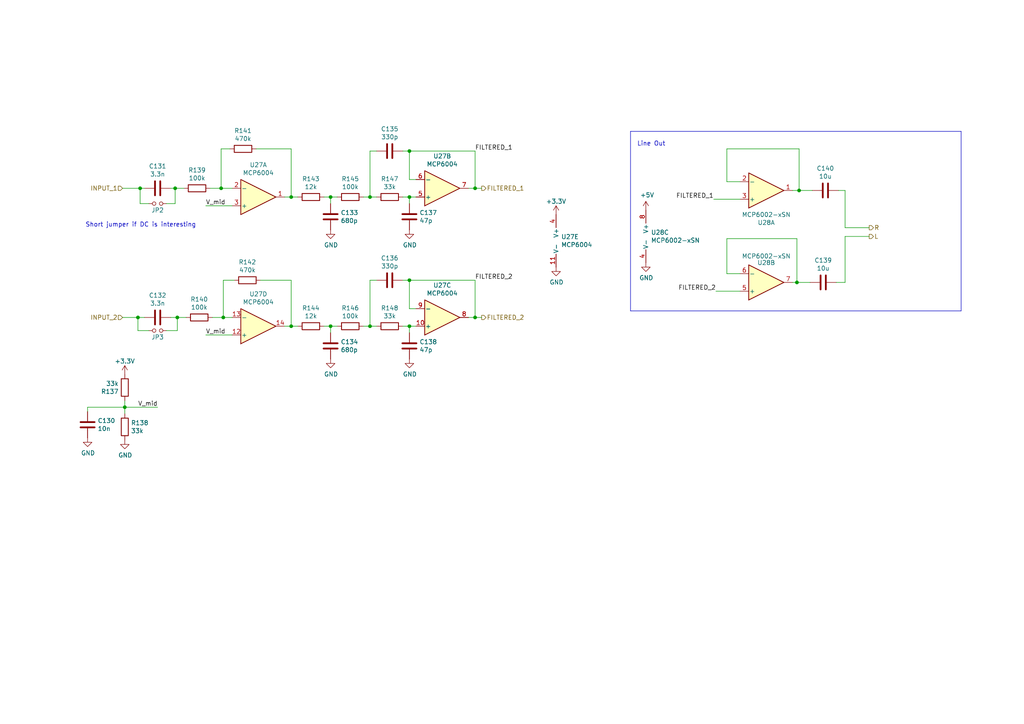
<source format=kicad_sch>
(kicad_sch (version 20231120) (generator "eeschema") (generator_version "8.0")
  (paper "A4")
  (lib_symbols
    (symbol "Amplifier_Operational:MCP6002-xSN" (pin_names (offset 0.127))
      (property "Reference" "U" (at 0 5.08 0))
      (property "Value" "MCP6002-xSN" (at 0 -5.08 0))
      (symbol "MCP6002-xSN_1_1"
        (polyline (pts (xy -5.08 5.08) (xy 5.08 0) (xy -5.08 -5.08) (xy -5.08 5.08)) (stroke (width 0.254)) (fill (type background)))
        (pin output line (at 7.62 0 180) (length 2.54) (name "~") (number "1"))
        (pin input line (at -7.62 -2.54 0) (length 2.54) (name "-") (number "2"))
        (pin input line (at -7.62 2.54 0) (length 2.54) (name "+") (number "3"))
      )
      (symbol "MCP6002-xSN_2_1"
        (polyline (pts (xy -5.08 5.08) (xy 5.08 0) (xy -5.08 -5.08) (xy -5.08 5.08)) (stroke (width 0.254)) (fill (type background)))
        (pin input line (at -7.62 2.54 0) (length 2.54) (name "+") (number "5"))
        (pin input line (at -7.62 -2.54 0) (length 2.54) (name "-") (number "6"))
        (pin output line (at 7.62 0 180) (length 2.54) (name "~") (number "7"))
      )
      (symbol "MCP6002-xSN_3_1"
        (pin power_in line (at -2.54 -7.62 90) (length 3.81) (name "V-") (number "4"))
        (pin power_in line (at -2.54 7.62 270) (length 3.81) (name "V+") (number "8"))
      )
    )
    (symbol "Amplifier_Operational:MCP6004" (pin_names (offset 0.127))
      (property "Reference" "U" (at 0 5.08 0))
      (property "Value" "MCP6004" (at 0 -5.08 0))
      (symbol "MCP6004_1_1"
        (polyline (pts (xy -5.08 5.08) (xy 5.08 0) (xy -5.08 -5.08) (xy -5.08 5.08)) (stroke (width 0.254)) (fill (type background)))
        (pin output line (at 7.62 0 180) (length 2.54) (name "~") (number "1"))
        (pin input line (at -7.62 -2.54 0) (length 2.54) (name "-") (number "2"))
        (pin input line (at -7.62 2.54 0) (length 2.54) (name "+") (number "3"))
      )
      (symbol "MCP6004_2_1"
        (polyline (pts (xy -5.08 5.08) (xy 5.08 0) (xy -5.08 -5.08) (xy -5.08 5.08)) (stroke (width 0.254)) (fill (type background)))
        (pin input line (at -7.62 2.54 0) (length 2.54) (name "+") (number "5"))
        (pin input line (at -7.62 -2.54 0) (length 2.54) (name "-") (number "6"))
        (pin output line (at 7.62 0 180) (length 2.54) (name "~") (number "7"))
      )
      (symbol "MCP6004_3_1"
        (polyline (pts (xy -5.08 5.08) (xy 5.08 0) (xy -5.08 -5.08) (xy -5.08 5.08)) (stroke (width 0.254)) (fill (type background)))
        (pin input line (at -7.62 2.54 0) (length 2.54) (name "+") (number "10"))
        (pin output line (at 7.62 0 180) (length 2.54) (name "~") (number "8"))
        (pin input line (at -7.62 -2.54 0) (length 2.54) (name "-") (number "9"))
      )
      (symbol "MCP6004_4_1"
        (polyline (pts (xy -5.08 5.08) (xy 5.08 0) (xy -5.08 -5.08) (xy -5.08 5.08)) (stroke (width 0.254)) (fill (type background)))
        (pin input line (at -7.62 2.54 0) (length 2.54) (name "+") (number "12"))
        (pin input line (at -7.62 -2.54 0) (length 2.54) (name "-") (number "13"))
        (pin output line (at 7.62 0 180) (length 2.54) (name "~") (number "14"))
      )
      (symbol "MCP6004_5_1"
        (pin power_in line (at -2.54 -7.62 90) (length 3.81) (name "V-") (number "11"))
        (pin power_in line (at -2.54 7.62 270) (length 3.81) (name "V+") (number "4"))
      )
    )
    (symbol "Device:C" (pin_numbers hide) (pin_names (offset 0.254))
      (property "Reference" "C" (at 0.635 2.54 0))
      (property "Value" "C" (at 0.635 -2.54 0))
      (symbol "C_0_1"
        (polyline (pts (xy -2.032 -0.762) (xy 2.032 -0.762)) (stroke (width 0.508)))
        (polyline (pts (xy -2.032 0.762) (xy 2.032 0.762)) (stroke (width 0.508)))
      )
      (symbol "C_1_1"
        (pin passive line (at 0 3.81 270) (length 2.794) (name "~") (number "1"))
        (pin passive line (at 0 -3.81 90) (length 2.794) (name "~") (number "2"))
      )
    )
    (symbol "Device:R" (pin_numbers hide) (pin_names (offset 0))
      (property "Reference" "R" (at 2.032 0 90))
      (property "Value" "R" (at 0 0 90))
      (symbol "R_0_1"
        (rectangle (start -1.016 -2.54) (end 1.016 2.54) (stroke (width 0.254)))
      )
      (symbol "R_1_1"
        (pin passive line (at 0 3.81 270) (length 1.27) (name "~") (number "1"))
        (pin passive line (at 0 -3.81 90) (length 1.27) (name "~") (number "2"))
      )
    )
    (symbol "power:+3.3V" (power) (pin_names (offset 0))
      (property "Value" "+3.3V" (at 0 3.556 0))
      (symbol "+3.3V_0_1"
        (polyline (pts (xy -0.762 1.27) (xy 0 2.54)))
        (polyline (pts (xy 0 0) (xy 0 2.54)))
        (polyline (pts (xy 0 2.54) (xy 0.762 1.27)))
      )
      (symbol "+3.3V_1_1"
        (pin power_in line (at 0 0 90) (length 0) hide (name "+3.3V") (number "1"))
      )
    )
    (symbol "power:+5V" (power) (pin_names (offset 0))
      (property "Value" "+5V" (at 0 3.556 0))
      (symbol "+5V_0_1"
        (polyline (pts (xy -0.762 1.27) (xy 0 2.54)))
        (polyline (pts (xy 0 0) (xy 0 2.54)))
        (polyline (pts (xy 0 2.54) (xy 0.762 1.27)))
      )
      (symbol "+5V_1_1"
        (pin power_in line (at 0 0 90) (length 0) hide (name "+5V") (number "1"))
      )
    )
    (symbol "power:GND" (power) (pin_names (offset 0))
      (property "Value" "GND" (at 0 -3.81 0))
      (symbol "GND_0_1"
        (polyline (pts (xy 0 0) (xy 0 -1.27) (xy 1.27 -1.27) (xy 0 -2.54) (xy -1.27 -1.27) (xy 0 -1.27)))
      )
      (symbol "GND_1_1"
        (pin power_in line (at 0 0 270) (length 0) hide (name "GND") (number "1"))
      )
    )
    (symbol "proteus-rescue:Jumper_NO_Small-Device" (pin_numbers hide) (pin_names (offset 0.762) hide)
      (property "Reference" "JP" (at 0 2.032 0))
      (property "Value" "Device_Jumper_NO_Small" (at 0.254 -1.524 0))
      (symbol "Jumper_NO_Small-Device_0_1"
        (circle (center -1.016 0) (radius 0.508))
        (circle (center 1.016 0) (radius 0.508))
        (pin passive line (at -2.54 0 0) (length 1.016) (name "1") (number "1"))
        (pin passive line (at 2.54 0 180) (length 1.016) (name "2") (number "2"))
      )
    )
  )
  (junction (at 118.745 94.615))
  (junction (at 40.64 54.61))
  (junction (at 84.455 94.615))
  (junction (at 118.745 81.28))
  (junction (at 64.77 92.075))
  (junction (at 51.435 92.075))
  (junction (at 50.8 54.61))
  (junction (at 231.775 55.245))
  (junction (at 84.455 57.15))
  (junction (at 107.315 94.615))
  (junction (at 95.885 94.615))
  (junction (at 137.795 92.075))
  (junction (at 64.135 54.61))
  (junction (at 231.14 81.915))
  (junction (at 36.195 118.11))
  (junction (at 40.005 92.075))
  (junction (at 118.745 43.815))
  (junction (at 107.315 57.15))
  (junction (at 137.795 54.61))
  (junction (at 95.885 57.15))
  (junction (at 118.745 57.15))
  (wire (pts (xy 120.65 57.15) (xy 118.745 57.15)))
  (wire (pts (xy 118.745 94.615) (xy 116.84 94.615)))
  (wire (pts (xy 118.745 81.28) (xy 137.795 81.28)))
  (wire (pts (xy 252.095 68.58) (xy 245.11 68.58)))
  (wire (pts (xy 107.315 43.815) (xy 107.315 57.15)))
  (wire (pts (xy 50.8 59.055) (xy 50.8 54.61)))
  (wire (pts (xy 118.745 96.52) (xy 118.745 94.615)))
  (wire (pts (xy 245.11 68.58) (xy 245.11 81.915)))
  (wire (pts (xy 120.65 89.535) (xy 118.745 89.535)))
  (wire (pts (xy 50.8 54.61) (xy 53.34 54.61)))
  (wire (pts (xy 45.72 118.11) (xy 36.195 118.11)))
  (polyline (pts (xy 278.765 38.1) (xy 278.765 90.17)))
  (wire (pts (xy 109.22 43.815) (xy 107.315 43.815)))
  (wire (pts (xy 43.18 59.055) (xy 40.64 59.055)))
  (wire (pts (xy 84.455 81.28) (xy 84.455 94.615)))
  (wire (pts (xy 229.87 81.915) (xy 231.14 81.915)))
  (wire (pts (xy 210.82 79.375) (xy 210.82 69.215)))
  (polyline (pts (xy 182.88 90.17) (xy 182.88 38.1)))
  (wire (pts (xy 40.005 95.885) (xy 40.005 92.075)))
  (wire (pts (xy 74.295 43.18) (xy 84.455 43.18)))
  (wire (pts (xy 35.56 54.61) (xy 40.64 54.61)))
  (wire (pts (xy 118.745 59.055) (xy 118.745 57.15)))
  (wire (pts (xy 139.7 92.075) (xy 137.795 92.075)))
  (wire (pts (xy 82.55 57.15) (xy 84.455 57.15)))
  (wire (pts (xy 207.01 57.785) (xy 214.63 57.785)))
  (wire (pts (xy 118.745 52.07) (xy 118.745 43.815)))
  (wire (pts (xy 25.4 118.11) (xy 36.195 118.11)))
  (wire (pts (xy 95.885 57.15) (xy 93.98 57.15)))
  (wire (pts (xy 48.26 59.055) (xy 50.8 59.055)))
  (wire (pts (xy 107.315 57.15) (xy 105.41 57.15)))
  (wire (pts (xy 59.69 97.155) (xy 67.31 97.155)))
  (wire (pts (xy 64.135 54.61) (xy 67.31 54.61)))
  (wire (pts (xy 49.53 92.075) (xy 51.435 92.075)))
  (wire (pts (xy 86.36 94.615) (xy 84.455 94.615)))
  (wire (pts (xy 84.455 43.18) (xy 84.455 57.15)))
  (wire (pts (xy 231.775 55.245) (xy 235.585 55.245)))
  (wire (pts (xy 245.11 66.04) (xy 252.095 66.04)))
  (polyline (pts (xy 182.88 38.1) (xy 278.765 38.1)))
  (wire (pts (xy 120.65 94.615) (xy 118.745 94.615)))
  (wire (pts (xy 95.885 94.615) (xy 93.98 94.615)))
  (wire (pts (xy 75.565 81.28) (xy 84.455 81.28)))
  (wire (pts (xy 64.77 92.075) (xy 67.31 92.075)))
  (wire (pts (xy 109.22 57.15) (xy 107.315 57.15)))
  (wire (pts (xy 210.82 43.18) (xy 231.775 43.18)))
  (wire (pts (xy 51.435 92.075) (xy 53.975 92.075)))
  (wire (pts (xy 137.795 81.28) (xy 137.795 92.075)))
  (wire (pts (xy 59.69 59.69) (xy 67.31 59.69)))
  (wire (pts (xy 64.135 43.18) (xy 66.675 43.18)))
  (wire (pts (xy 40.64 54.61) (xy 41.91 54.61)))
  (wire (pts (xy 207.645 84.455) (xy 214.63 84.455)))
  (wire (pts (xy 40.64 59.055) (xy 40.64 54.61)))
  (wire (pts (xy 109.22 94.615) (xy 107.315 94.615)))
  (wire (pts (xy 25.4 119.38) (xy 25.4 118.11)))
  (wire (pts (xy 107.315 81.28) (xy 107.315 94.615)))
  (wire (pts (xy 95.885 94.615) (xy 97.79 94.615)))
  (wire (pts (xy 51.435 95.885) (xy 51.435 92.075)))
  (wire (pts (xy 95.885 96.52) (xy 95.885 94.615)))
  (wire (pts (xy 95.885 59.055) (xy 95.885 57.15)))
  (wire (pts (xy 49.53 54.61) (xy 50.8 54.61)))
  (wire (pts (xy 210.82 52.705) (xy 210.82 43.18)))
  (wire (pts (xy 137.795 43.815) (xy 137.795 54.61)))
  (wire (pts (xy 116.84 81.28) (xy 118.745 81.28)))
  (wire (pts (xy 40.005 92.075) (xy 41.91 92.075)))
  (wire (pts (xy 229.87 55.245) (xy 231.775 55.245)))
  (wire (pts (xy 60.96 54.61) (xy 64.135 54.61)))
  (wire (pts (xy 116.84 43.815) (xy 118.745 43.815)))
  (wire (pts (xy 214.63 52.705) (xy 210.82 52.705)))
  (wire (pts (xy 118.745 57.15) (xy 116.84 57.15)))
  (wire (pts (xy 118.745 43.815) (xy 137.795 43.815)))
  (wire (pts (xy 109.22 81.28) (xy 107.315 81.28)))
  (wire (pts (xy 84.455 57.15) (xy 86.36 57.15)))
  (polyline (pts (xy 278.765 90.17) (xy 182.88 90.17)))
  (wire (pts (xy 43.18 95.885) (xy 40.005 95.885)))
  (wire (pts (xy 107.315 94.615) (xy 105.41 94.615)))
  (wire (pts (xy 64.77 81.28) (xy 67.945 81.28)))
  (wire (pts (xy 231.14 69.215) (xy 231.14 81.915)))
  (wire (pts (xy 139.7 54.61) (xy 137.795 54.61)))
  (wire (pts (xy 137.795 54.61) (xy 135.89 54.61)))
  (wire (pts (xy 61.595 92.075) (xy 64.77 92.075)))
  (wire (pts (xy 120.65 52.07) (xy 118.745 52.07)))
  (wire (pts (xy 64.135 54.61) (xy 64.135 43.18)))
  (wire (pts (xy 214.63 79.375) (xy 210.82 79.375)))
  (wire (pts (xy 245.11 81.915) (xy 242.57 81.915)))
  (wire (pts (xy 231.775 43.18) (xy 231.775 55.245)))
  (wire (pts (xy 36.195 116.205) (xy 36.195 118.11)))
  (wire (pts (xy 137.795 92.075) (xy 135.89 92.075)))
  (wire (pts (xy 243.205 55.245) (xy 245.11 55.245)))
  (wire (pts (xy 35.56 92.075) (xy 40.005 92.075)))
  (wire (pts (xy 36.195 118.11) (xy 36.195 120.015)))
  (wire (pts (xy 95.885 57.15) (xy 97.79 57.15)))
  (wire (pts (xy 48.26 95.885) (xy 51.435 95.885)))
  (wire (pts (xy 84.455 94.615) (xy 82.55 94.615)))
  (wire (pts (xy 64.77 92.075) (xy 64.77 81.28)))
  (wire (pts (xy 118.745 89.535) (xy 118.745 81.28)))
  (wire (pts (xy 245.11 55.245) (xy 245.11 66.04)))
  (wire (pts (xy 210.82 69.215) (xy 231.14 69.215)))
  (wire (pts (xy 231.14 81.915) (xy 234.95 81.915)))
  (text "Line Out" (at 184.785 42.545 0) (effects (font (size 1.27 1.27)) (justify left bottom)))
  (text "Short jumper if DC is interesting" (at 24.765 66.04 0) (effects (font (size 1.27 1.27)) (justify left bottom)))
  (label "V_mid" (at 59.69 97.155 0))
  (label "FILTERED_1" (at 137.795 43.815 0))
  (label "FILTERED_2" (at 137.795 81.28 0))
  (label "FILTERED_1" (at 207.01 57.785 180))
  (label "V_mid" (at 59.69 59.69 0))
  (label "V_mid" (at 45.72 118.11 180))
  (label "FILTERED_2" (at 207.645 84.455 180))
  (hierarchical_label "R" (shape output) (at 252.095 66.04 0))
  (hierarchical_label "L" (shape output) (at 252.095 68.58 0))
  (hierarchical_label "INPUT_2" (shape input) (at 35.56 92.075 180))
  (hierarchical_label "FILTERED_1" (shape output) (at 139.7 54.61 0))
  (hierarchical_label "FILTERED_2" (shape output) (at 139.7 92.075 0))
  (hierarchical_label "INPUT_1" (shape input) (at 35.56 54.61 180))
  (symbol (lib_id "power:GND") (at 161.29 77.47 0) (unit 1)
    (property "Reference" "#PWR0273" (effects (hide yes)))
    (property "Value" "GND" (at 161.417 81.8642 0))
    (instances (project "ECUGDI" (path "" (reference "#PWR0273") (unit 1))) (project "proteus" (path "" (reference "#PWR0274") (unit 1))))
  )
  (symbol (lib_id "Device:C") (at 25.4 123.19 180) (unit 1)
    (property "Reference" "C130" (at 28.321 122.0216 0) (effects (justify right)))
    (property "Value" "10n" (at 28.321 124.333 0) (effects (justify right)))
    (property "Footprint" "Capacitor_SMD:C_0603_1608Metric" (effects (hide yes)))
    (property "LCSC" "C57112" (effects (hide yes)))
    (property "PN" "0603B103K500NT" (effects (hide yes)))
    (instances (project "ECUGDI" (path "" (reference "C130") (unit 1))) (project "proteus" (path "" (reference "C1903") (unit 1))))
  )
  (symbol (lib_id "proteus-rescue:Jumper_NO_Small-Device") (at 45.72 95.885 0) (unit 1)
    (property "Reference" "JP3" (at 45.72 97.79 0))
    (property "Value" "Jumper_NO_Small" (effects (hide yes)))
    (property "Footprint" "Jumper:SolderJumper-2_P1.3mm_Open_TrianglePad1.0x1.5mm" (effects (hide yes)))
    (property "LCSC" "N/A" (effects (hide yes)))
    (instances (project "ECUGDI" (path "" (reference "JP3") (unit 1))) (project "proteus" (path "" (reference "JP2") (unit 1))))
  )
  (symbol (lib_id "Device:R") (at 36.195 123.825 0) (unit 1)
    (property "Reference" "R138" (at 37.973 122.6566 0) (effects (justify left)))
    (property "Value" "33k" (at 37.973 124.968 0) (effects (justify left)))
    (property "Footprint" "Resistor_SMD:R_0402_1005Metric" (effects (hide yes)))
    (property "LCSC" "C25779" (effects (hide yes)))
    (property "PN" "RC0402FR-0733KL" (effects (hide yes)))
    (instances (project "ECUGDI" (path "" (reference "R138") (unit 1))) (project "proteus" (path "" (reference "R38") (unit 1))))
  )
  (symbol (lib_id "Device:C") (at 113.03 81.28 90) (unit 1)
    (property "Reference" "C136" (at 113.03 74.8792 90))
    (property "Value" "330p" (at 113.03 77.1906 90))
    (property "Footprint" "Capacitor_SMD:C_0402_1005Metric" (effects (hide yes)))
    (property "LCSC" "C13533" (effects (hide yes)))
    (property "PN" "CL05C331JB5NNNC" (effects (hide yes)))
    (instances (project "ECUGDI" (path "" (reference "C136") (unit 1))) (project "proteus" (path "" (reference "C24") (unit 1))))
  )
  (symbol (lib_id "Device:R") (at 90.17 57.15 270) (unit 1)
    (property "Reference" "R143" (at 90.17 51.8922 90))
    (property "Value" "12k" (at 90.17 54.2036 90))
    (property "Footprint" "Resistor_SMD:R_0402_1005Metric" (effects (hide yes)))
    (property "LCSC" "C25752" (effects (hide yes)))
    (property "PN" "RC0402FR-0712KL" (effects (hide yes)))
    (instances (project "ECUGDI" (path "" (reference "R143") (unit 1))) (project "proteus" (path "" (reference "R42") (unit 1))))
  )
  (symbol (lib_id "power:+5V") (at 187.325 60.96 0) (unit 1)
    (property "Reference" "#PWR0274" (effects (hide yes)))
    (property "Value" "+5V" (at 187.706 56.5658 0))
    (instances (project "ECUGDI" (path "" (reference "#PWR0274") (unit 1))) (project "proteus" (path "" (reference "#PWR0323") (unit 1))))
  )
  (symbol (lib_id "Device:C") (at 238.76 81.915 270) (unit 1)
    (property "Reference" "C139" (at 238.76 75.5142 90))
    (property "Value" "10u" (at 238.76 77.8256 90))
    (property "Footprint" "Capacitor_SMD:C_1206_3216Metric" (effects (hide yes)))
    (property "LCSC" "C13585" (effects (hide yes)))
    (property "PN" "CL31A106KBHNNNE" (effects (hide yes)))
    (instances (project "ECUGDI" (path "" (reference "C139") (unit 1))) (project "proteus" (path "" (reference "C18") (unit 1))))
  )
  (symbol (lib_id "power:GND") (at 36.195 127.635 0) (unit 1)
    (property "Reference" "#PWR0267" (effects (hide yes)))
    (property "Value" "GND" (at 36.322 132.0292 0))
    (instances (project "ECUGDI" (path "" (reference "#PWR0267") (unit 1))) (project "proteus" (path "" (reference "#PWR0276") (unit 1))))
  )
  (symbol (lib_id "proteus-rescue:Jumper_NO_Small-Device") (at 45.72 59.055 0) (unit 1)
    (property "Reference" "JP2" (at 45.72 60.96 0))
    (property "Value" "Jumper_NO_Small" (effects (hide yes)))
    (property "Footprint" "Jumper:SolderJumper-2_P1.3mm_Open_TrianglePad1.0x1.5mm" (effects (hide yes)))
    (property "LCSC" "N/A" (effects (hide yes)))
    (instances (project "ECUGDI" (path "" (reference "JP2") (unit 1))) (project "proteus" (path "" (reference "JP1") (unit 1))))
  )
  (symbol (lib_id "Amplifier_Operational:MCP6002-xSN") (at 222.25 55.245 0) (mirror x) (unit 1)
    (property "Reference" "U28" (at 222.25 64.5668 0))
    (property "Value" "MCP6002-xSN" (at 222.25 62.2554 0))
    (property "Footprint" "Package_SO:SOIC-8_3.9x4.9mm_P1.27mm" (effects (hide yes)))
    (property "Datasheet" "http://ww1.microchip.com/downloads/en/DeviceDoc/21733j.pdf" (effects (hide yes)))
    (property "LCSC" "C7377" (effects (hide yes)))
    (property "PN" "MCP6002T-I/SN" (effects (hide yes)))
    (instances (project "ECUGDI" (path "" (reference "U28") (unit 1))) (project "proteus" (path "" (reference "U7") (unit 1))))
  )
  (symbol (lib_id "Device:C") (at 118.745 62.865 180) (unit 1)
    (property "Reference" "C137" (at 121.666 61.6966 0) (effects (justify right)))
    (property "Value" "47p" (at 121.666 64.008 0) (effects (justify right)))
    (property "Footprint" "Capacitor_SMD:C_0402_1005Metric" (effects (hide yes)))
    (property "LCSC" "C1567" (effects (hide yes)))
    (property "PN" "0402CG470J500NT" (effects (hide yes)))
    (instances (project "ECUGDI" (path "" (reference "C137") (unit 1))) (project "proteus" (path "" (reference "C25") (unit 1))))
  )
  (symbol (lib_id "Amplifier_Operational:MCP6002-xSN") (at 222.25 81.915 0) (mirror x) (unit 2)
    (property "Reference" "U28" (at 222.25 76.2 0))
    (property "Value" "MCP6002-xSN" (at 222.25 74.295 0))
    (property "Footprint" "Package_SO:SOIC-8_3.9x4.9mm_P1.27mm" (effects (hide yes)))
    (property "Datasheet" "http://ww1.microchip.com/downloads/en/DeviceDoc/21733j.pdf" (effects (hide yes)))
    (property "LCSC" "C7377" (effects (hide yes)))
    (property "PN" "MCP6002T-I/SN" (effects (hide yes)))
    (instances (project "ECUGDI" (path "" (reference "U28") (unit 2))) (project "proteus" (path "" (reference "U7") (unit 2))))
  )
  (symbol (lib_id "Device:R") (at 113.03 94.615 270) (unit 1)
    (property "Reference" "R148" (at 113.03 89.3572 90))
    (property "Value" "33k" (at 113.03 91.6686 90))
    (property "Footprint" "Resistor_SMD:R_0402_1005Metric" (effects (hide yes)))
    (property "LCSC" "C25779" (effects (hide yes)))
    (property "PN" "RC0402FR-0733KL" (effects (hide yes)))
    (instances (project "ECUGDI" (path "" (reference "R148") (unit 1))) (project "proteus" (path "" (reference "R47") (unit 1))))
  )
  (symbol (lib_id "power:+3.3V") (at 161.29 62.23 0) (unit 1)
    (property "Reference" "#PWR091" (effects (hide yes)))
    (property "Value" "+3.3V" (at 161.29 58.42 0))
  )
  (symbol (lib_id "power:GND") (at 95.885 104.14 0) (unit 1)
    (property "Reference" "#PWR0269" (effects (hide yes)))
    (property "Value" "GND" (at 96.012 108.5342 0))
    (instances (project "ECUGDI" (path "" (reference "#PWR0269") (unit 1))) (project "proteus" (path "" (reference "#PWR0283") (unit 1))))
  )
  (symbol (lib_id "Device:C") (at 113.03 43.815 90) (unit 1)
    (property "Reference" "C135" (at 113.03 37.4142 90))
    (property "Value" "330p" (at 113.03 39.7256 90))
    (property "Footprint" "Capacitor_SMD:C_0402_1005Metric" (effects (hide yes)))
    (property "LCSC" "C13533" (effects (hide yes)))
    (property "PN" "CL05C331JB5NNNC" (effects (hide yes)))
    (instances (project "ECUGDI" (path "" (reference "C135") (unit 1))) (project "proteus" (path "" (reference "C23") (unit 1))))
  )
  (symbol (lib_id "Device:R") (at 57.15 54.61 270) (unit 1)
    (property "Reference" "R139" (at 57.15 49.3522 90))
    (property "Value" "100k" (at 57.15 51.6636 90))
    (property "Footprint" "Resistor_SMD:R_0402_1005Metric" (effects (hide yes)))
    (property "LCSC" "C25741" (effects (hide yes)))
    (property "PN" "RC0402FR-07100KL" (effects (hide yes)))
    (instances (project "ECUGDI" (path "" (reference "R139") (unit 1))) (project "proteus" (path "" (reference "R1901") (unit 1))))
  )
  (symbol (lib_id "Device:R") (at 101.6 94.615 270) (unit 1)
    (property "Reference" "R146" (at 101.6 89.3572 90))
    (property "Value" "100k" (at 101.6 91.6686 90))
    (property "Footprint" "Resistor_SMD:R_0402_1005Metric" (effects (hide yes)))
    (property "LCSC" "C25741" (effects (hide yes)))
    (property "PN" "RC0402FR-07100KL" (effects (hide yes)))
    (instances (project "ECUGDI" (path "" (reference "R146") (unit 1))) (project "proteus" (path "" (reference "R45") (unit 1))))
  )
  (symbol (lib_id "Device:R") (at 36.195 112.395 180) (unit 1)
    (property "Reference" "R137" (at 34.417 113.5634 0) (effects (justify left)))
    (property "Value" "33k" (at 34.417 111.252 0) (effects (justify left)))
    (property "Footprint" "Resistor_SMD:R_0402_1005Metric" (effects (hide yes)))
    (property "LCSC" "C25779" (effects (hide yes)))
    (property "PN" "RC0402FR-0733KL" (effects (hide yes)))
    (instances (project "ECUGDI" (path "" (reference "R137") (unit 1))) (project "proteus" (path "" (reference "R40") (unit 1))))
  )
  (symbol (lib_id "Device:C") (at 45.72 92.075 270) (unit 1)
    (property "Reference" "C132" (at 45.72 85.6742 90))
    (property "Value" "3.3n" (at 45.72 87.9856 90))
    (property "Footprint" "Capacitor_SMD:C_0805_2012Metric" (effects (hide yes)))
    (property "LCSC" "C53175" (effects (hide yes)))
    (property "PN" "CL21B332KBANNNC" (effects (hide yes)))
    (instances (project "ECUGDI" (path "" (reference "C132") (unit 1))) (project "proteus" (path "" (reference "C1902") (unit 1))))
  )
  (symbol (lib_id "Amplifier_Operational:MCP6004") (at 128.27 92.075 0) (mirror x) (unit 3)
    (property "Reference" "U27" (at 128.27 82.7532 0))
    (property "Value" "MCP6004" (at 128.27 85.0646 0))
    (property "Footprint" "Package_SO:TSSOP-14_4.4x5mm_P0.65mm" (effects (hide yes)))
    (property "Datasheet" "http://ww1.microchip.com/downloads/en/DeviceDoc/21733j.pdf" (effects (hide yes)))
    (property "LCSC" "C50282" (effects (hide yes)))
    (property "PN" "MCP6004T-I/ST" (effects (hide yes)))
    (instances (project "ECUGDI" (path "" (reference "U27") (unit 3))) (project "proteus" (path "" (reference "U5") (unit 3))))
  )
  (symbol (lib_id "Device:R") (at 90.17 94.615 270) (unit 1)
    (property "Reference" "R144" (at 90.17 89.3572 90))
    (property "Value" "12k" (at 90.17 91.6686 90))
    (property "Footprint" "Resistor_SMD:R_0402_1005Metric" (effects (hide yes)))
    (property "LCSC" "C25752" (effects (hide yes)))
    (property "PN" "RC0402FR-0712KL" (effects (hide yes)))
    (instances (project "ECUGDI" (path "" (reference "R144") (unit 1))) (project "proteus" (path "" (reference "R43") (unit 1))))
  )
  (symbol (lib_id "Device:R") (at 70.485 43.18 270) (unit 1)
    (property "Reference" "R141" (at 70.485 37.9222 90))
    (property "Value" "470k" (at 70.485 40.2336 90))
    (property "Footprint" "Resistor_SMD:R_0402_1005Metric" (effects (hide yes)))
    (property "LCSC" "C25790" (effects (hide yes)))
    (property "PN" "RC0402FR-07470KL" (effects (hide yes)))
    (instances (project "ECUGDI" (path "" (reference "R141") (unit 1))) (project "proteus" (path "" (reference "R1903") (unit 1))))
  )
  (symbol (lib_id "Amplifier_Operational:MCP6004") (at 74.93 94.615 0) (mirror x) (unit 4)
    (property "Reference" "U27" (at 74.93 85.2932 0))
    (property "Value" "MCP6004" (at 74.93 87.6046 0))
    (property "Footprint" "Package_SO:TSSOP-14_4.4x5mm_P0.65mm" (effects (hide yes)))
    (property "Datasheet" "http://ww1.microchip.com/downloads/en/DeviceDoc/21733j.pdf" (effects (hide yes)))
    (property "LCSC" "C50282" (effects (hide yes)))
    (property "PN" "MCP6004T-I/ST" (effects (hide yes)))
    (instances (project "ECUGDI" (path "" (reference "U27") (unit 4))) (project "proteus" (path "" (reference "U5") (unit 4))))
  )
  (symbol (lib_id "Device:R") (at 71.755 81.28 270) (unit 1)
    (property "Reference" "R142" (at 71.755 76.0222 90))
    (property "Value" "470k" (at 71.755 78.3336 90))
    (property "Footprint" "Resistor_SMD:R_0402_1005Metric" (effects (hide yes)))
    (property "LCSC" "C25790" (effects (hide yes)))
    (property "PN" "RC0402FR-07470KL" (effects (hide yes)))
    (instances (project "ECUGDI" (path "" (reference "R142") (unit 1))) (project "proteus" (path "" (reference "R1904") (unit 1))))
  )
  (symbol (lib_id "power:GND") (at 25.4 127 0) (unit 1)
    (property "Reference" "#PWR0265" (effects (hide yes)))
    (property "Value" "GND" (at 25.527 131.3942 0))
    (instances (project "ECUGDI" (path "" (reference "#PWR0265") (unit 1))) (project "proteus" (path "" (reference "#PWR0280") (unit 1))))
  )
  (symbol (lib_id "Device:R") (at 113.03 57.15 270) (unit 1)
    (property "Reference" "R147" (at 113.03 51.8922 90))
    (property "Value" "33k" (at 113.03 54.2036 90))
    (property "Footprint" "Resistor_SMD:R_0402_1005Metric" (effects (hide yes)))
    (property "LCSC" "C25779" (effects (hide yes)))
    (property "PN" "RC0402FR-0733KL" (effects (hide yes)))
    (instances (project "ECUGDI" (path "" (reference "R147") (unit 1))) (project "proteus" (path "" (reference "R46") (unit 1))))
  )
  (symbol (lib_id "Device:C") (at 95.885 100.33 180) (unit 1)
    (property "Reference" "C134" (at 98.806 99.1616 0) (effects (justify right)))
    (property "Value" "680p" (at 98.806 101.473 0) (effects (justify right)))
    (property "Footprint" "Capacitor_SMD:C_0603_1608Metric" (effects (hide yes)))
    (property "LCSC" "C1630" (effects (hide yes)))
    (property "PN" "0603B681K500NT" (effects (hide yes)))
    (instances (project "ECUGDI" (path "" (reference "C134") (unit 1))) (project "proteus" (path "" (reference "C22") (unit 1))))
  )
  (symbol (lib_id "power:GND") (at 118.745 66.675 0) (unit 1)
    (property "Reference" "#PWR0270" (effects (hide yes)))
    (property "Value" "GND" (at 118.872 71.0692 0))
    (instances (project "ECUGDI" (path "" (reference "#PWR0270") (unit 1))) (project "proteus" (path "" (reference "#PWR0279") (unit 1))))
  )
  (symbol (lib_id "Amplifier_Operational:MCP6004") (at 128.27 54.61 0) (mirror x) (unit 2)
    (property "Reference" "U27" (at 128.27 45.2882 0))
    (property "Value" "MCP6004" (at 128.27 47.5996 0))
    (property "Footprint" "Package_SO:TSSOP-14_4.4x5mm_P0.65mm" (effects (hide yes)))
    (property "Datasheet" "http://ww1.microchip.com/downloads/en/DeviceDoc/21733j.pdf" (effects (hide yes)))
    (property "LCSC" "C50282" (effects (hide yes)))
    (property "PN" "MCP6004T-I/ST" (effects (hide yes)))
    (instances (project "ECUGDI" (path "" (reference "U27") (unit 2))) (project "proteus" (path "" (reference "U5") (unit 2))))
  )
  (symbol (lib_id "Device:R") (at 101.6 57.15 270) (unit 1)
    (property "Reference" "R145" (at 101.6 51.8922 90))
    (property "Value" "100k" (at 101.6 54.2036 90))
    (property "Footprint" "Resistor_SMD:R_0402_1005Metric" (effects (hide yes)))
    (property "LCSC" "C25741" (effects (hide yes)))
    (property "PN" "RC0402FR-07100KL" (effects (hide yes)))
    (instances (project "ECUGDI" (path "" (reference "R145") (unit 1))) (project "proteus" (path "" (reference "R44") (unit 1))))
  )
  (symbol (lib_id "Amplifier_Operational:MCP6002-xSN") (at 189.865 68.58 0) (unit 3)
    (property "Reference" "U28" (at 188.7982 67.4116 0) (effects (justify left)))
    (property "Value" "MCP6002-xSN" (at 188.7982 69.723 0) (effects (justify left)))
    (property "Footprint" "Package_SO:SOIC-8_3.9x4.9mm_P1.27mm" (effects (hide yes)))
    (property "Datasheet" "http://ww1.microchip.com/downloads/en/DeviceDoc/21733j.pdf" (effects (hide yes)))
    (property "LCSC" "C7377" (effects (hide yes)))
    (property "PN" "MCP6002T-I/SN" (effects (hide yes)))
    (instances (project "ECUGDI" (path "" (reference "U28") (unit 3))) (project "proteus" (path "" (reference "U7") (unit 3))))
  )
  (symbol (lib_id "Amplifier_Operational:MCP6004") (at 163.83 69.85 0) (unit 5)
    (property "Reference" "U27" (at 162.7632 68.6816 0) (effects (justify left)))
    (property "Value" "MCP6004" (at 162.7632 70.993 0) (effects (justify left)))
    (property "Footprint" "Package_SO:TSSOP-14_4.4x5mm_P0.65mm" (effects (hide yes)))
    (property "Datasheet" "http://ww1.microchip.com/downloads/en/DeviceDoc/21733j.pdf" (effects (hide yes)))
    (property "LCSC" "C50282" (effects (hide yes)))
    (property "PN" "MCP6004T-I/ST" (effects (hide yes)))
    (instances (project "ECUGDI" (path "" (reference "U27") (unit 5))) (project "proteus" (path "" (reference "U5") (unit 5))))
  )
  (symbol (lib_id "Device:R") (at 57.785 92.075 270) (unit 1)
    (property "Reference" "R140" (at 57.785 86.8172 90))
    (property "Value" "100k" (at 57.785 89.1286 90))
    (property "Footprint" "Resistor_SMD:R_0402_1005Metric" (effects (hide yes)))
    (property "LCSC" "C25741" (effects (hide yes)))
    (property "PN" "RC0402FR-07100KL" (effects (hide yes)))
    (instances (project "ECUGDI" (path "" (reference "R140") (unit 1))) (project "proteus" (path "" (reference "R1902") (unit 1))))
  )
  (symbol (lib_id "Device:C") (at 45.72 54.61 270) (unit 1)
    (property "Reference" "C131" (at 45.72 48.2092 90))
    (property "Value" "3.3n" (at 45.72 50.5206 90))
    (property "Footprint" "Capacitor_SMD:C_0805_2012Metric" (effects (hide yes)))
    (property "LCSC" "C53175" (effects (hide yes)))
    (property "PN" "CL21B332KBANNNC" (effects (hide yes)))
    (instances (project "ECUGDI" (path "" (reference "C131") (unit 1))) (project "proteus" (path "" (reference "C1901") (unit 1))))
  )
  (symbol (lib_id "Device:C") (at 118.745 100.33 180) (unit 1)
    (property "Reference" "C138" (at 121.666 99.1616 0) (effects (justify right)))
    (property "Value" "47p" (at 121.666 101.473 0) (effects (justify right)))
    (property "Footprint" "Capacitor_SMD:C_0402_1005Metric" (effects (hide yes)))
    (property "LCSC" "C1567" (effects (hide yes)))
    (property "PN" "0402CG470J500NT" (effects (hide yes)))
    (instances (project "ECUGDI" (path "" (reference "C138") (unit 1))) (project "proteus" (path "" (reference "C26") (unit 1))))
  )
  (symbol (lib_id "Device:C") (at 239.395 55.245 270) (unit 1)
    (property "Reference" "C140" (at 239.395 48.8442 90))
    (property "Value" "10u" (at 239.395 51.1556 90))
    (property "Footprint" "Capacitor_SMD:C_1206_3216Metric" (effects (hide yes)))
    (property "LCSC" "C13585" (effects (hide yes)))
    (property "PN" "CL31A106KBHNNNE" (effects (hide yes)))
    (instances (project "ECUGDI" (path "" (reference "C140") (unit 1))) (project "proteus" (path "" (reference "C19") (unit 1))))
  )
  (symbol (lib_id "Device:C") (at 95.885 62.865 180) (unit 1)
    (property "Reference" "C133" (at 98.806 61.6966 0) (effects (justify right)))
    (property "Value" "680p" (at 98.806 64.008 0) (effects (justify right)))
    (property "Footprint" "Capacitor_SMD:C_0603_1608Metric" (effects (hide yes)))
    (property "LCSC" "C1630" (effects (hide yes)))
    (property "PN" "0603B681K500NT" (effects (hide yes)))
    (instances (project "ECUGDI" (path "" (reference "C133") (unit 1))) (project "proteus" (path "" (reference "C21") (unit 1))))
  )
  (symbol (lib_id "power:GND") (at 118.745 104.14 0) (unit 1)
    (property "Reference" "#PWR0271" (effects (hide yes)))
    (property "Value" "GND" (at 118.872 108.5342 0))
    (instances (project "ECUGDI" (path "" (reference "#PWR0271") (unit 1))) (project "proteus" (path "" (reference "#PWR0284") (unit 1))))
  )
  (symbol (lib_id "power:GND") (at 95.885 66.675 0) (unit 1)
    (property "Reference" "#PWR0268" (effects (hide yes)))
    (property "Value" "GND" (at 96.012 71.0692 0))
    (instances (project "ECUGDI" (path "" (reference "#PWR0268") (unit 1))) (project "proteus" (path "" (reference "#PWR0278") (unit 1))))
  )
  (symbol (lib_id "Amplifier_Operational:MCP6004") (at 74.93 57.15 0) (mirror x) (unit 1)
    (property "Reference" "U27" (at 74.93 47.8282 0))
    (property "Value" "MCP6004" (at 74.93 50.1396 0))
    (property "Footprint" "Package_SO:TSSOP-14_4.4x5mm_P0.65mm" (effects (hide yes)))
    (property "Datasheet" "http://ww1.microchip.com/downloads/en/DeviceDoc/21733j.pdf" (effects (hide yes)))
    (property "LCSC" "C50282" (effects (hide yes)))
    (property "PN" "MCP6004T-I/ST" (effects (hide yes)))
    (instances (project "ECUGDI" (path "" (reference "U27") (unit 1))) (project "proteus" (path "" (reference "U5") (unit 1))))
  )
  (symbol (lib_id "power:GND") (at 187.325 76.2 0) (unit 1)
    (property "Reference" "#PWR0275" (effects (hide yes)))
    (property "Value" "GND" (at 187.452 80.5942 0))
    (instances (project "ECUGDI" (path "" (reference "#PWR0275") (unit 1))) (project "proteus" (path "" (reference "#PWR0322") (unit 1))))
  )
  (symbol (lib_id "power:+3.3V") (at 36.195 108.585 0) (unit 1)
    (property "Reference" "#PWR089" (effects (hide yes)))
    (property "Value" "+3.3V" (at 36.195 104.775 0))
  )
)
</source>
